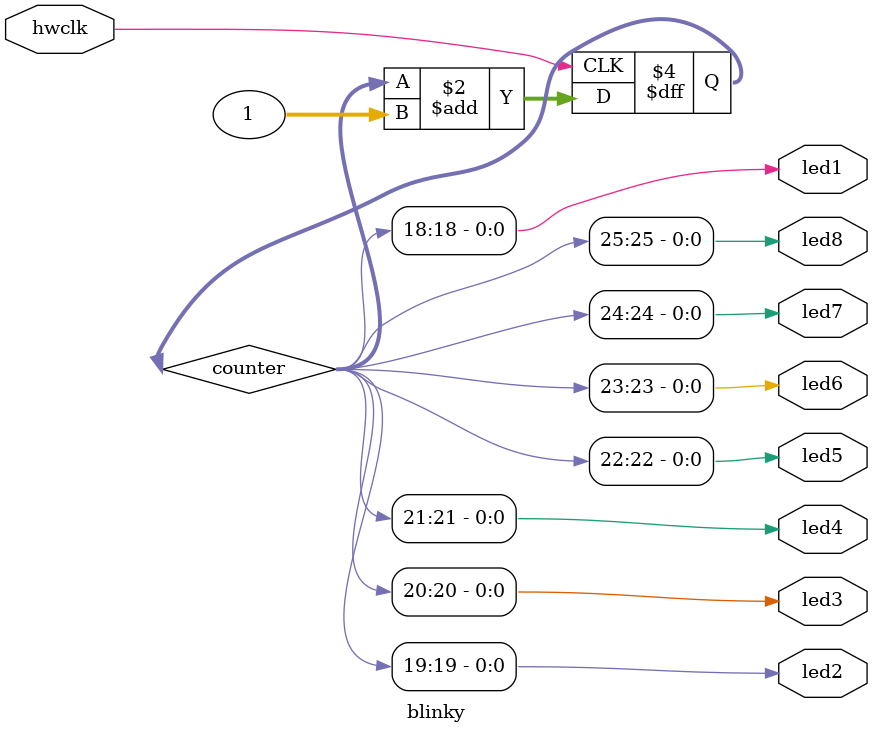
<source format=v>
/* module */
module blinky (hwclk, led1, led2, led3, led4, led5, led6, led7, led8 );
    /* I/O */
    input hwclk;
    output led1;
    output led2;
    output led3;
    output led4;
    output led5;
    output led6;
    output led7;
    output led8;

    /* Counter register */
    reg [31:0] counter = 32'b0;

    /* LED drivers */
    assign led1 = counter[18];
    assign led2 = counter[19];
    assign led3 = counter[20];
    assign led4 = counter[21];
    assign led5 = counter[22];
    assign led6 = counter[23];
    assign led7 = counter[24];
    assign led8 = counter[25];

    /* always */
    always @ (posedge hwclk) begin
        counter <= counter + 1;
    end

endmodule

</source>
